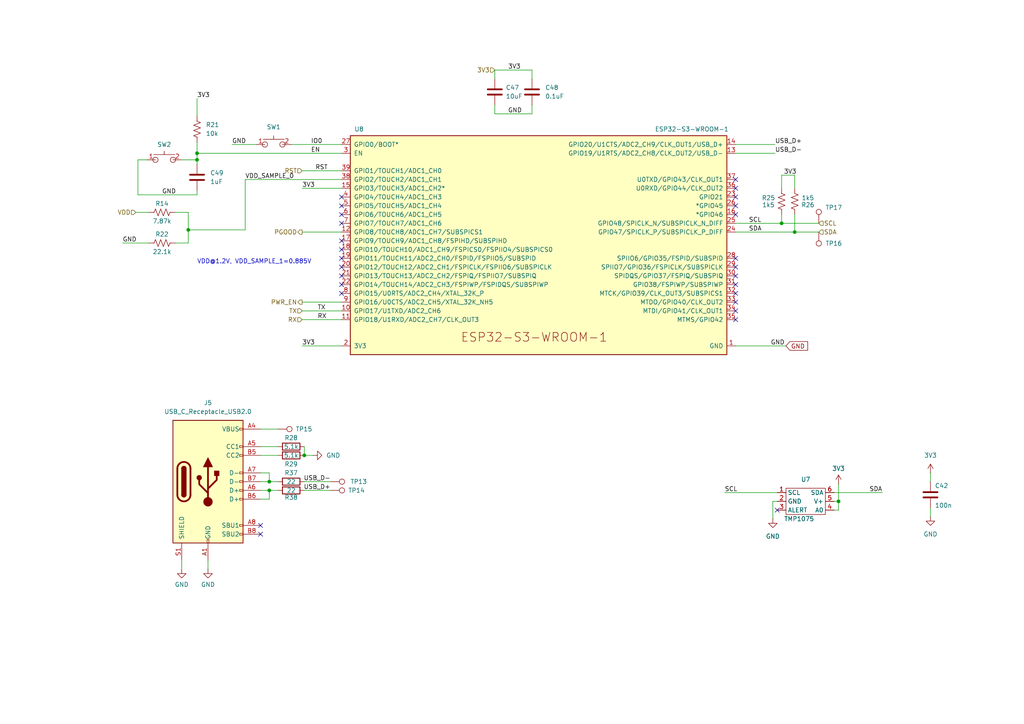
<source format=kicad_sch>
(kicad_sch (version 20231120) (generator "eeschema") (generator_version "8.0")
  (paper "A4")
  (title_block (title "BitForgeNano") (date "2024-06-21") (rev "1.0") (comment 1 "Licensed under CERN-OHL-W version 2"))
  (lib_symbols
    (symbol "+3V3_1" (power) (pin_numbers hide) (pin_names (offset 0) hide)
      (property "Value" "+3V3" (at 0 3.556 0))
      (symbol "+3V3_1_0_1"
        (polyline (pts (xy -0.762 1.27) (xy 0 2.54)))
        (polyline (pts (xy 0 0) (xy 0 2.54)))
        (polyline (pts (xy 0 2.54) (xy 0.762 1.27)))
      )
      (symbol "+3V3_1_1_1"
        (pin power_in line (at 0 0 90) (length 0) (name "~") (number "1"))
      )
    )
    (symbol "BitForgeNano:C" (pin_numbers hide) (pin_names (offset 0.254))
      (property "Reference" "C" (at 0.635 2.54 0))
      (property "Value" "C" (at 0.635 -2.54 0))
      (symbol "C_0_1"
        (polyline (pts (xy -2.032 -0.762) (xy 2.032 -0.762)) (stroke (width 0.508)))
        (polyline (pts (xy -2.032 0.762) (xy 2.032 0.762)) (stroke (width 0.508)))
      )
      (symbol "C_1_1"
        (pin passive line (at 0 3.81 270) (length 2.794) (name "~") (number "1"))
        (pin passive line (at 0 -3.81 90) (length 2.794) (name "~") (number "2"))
      )
    )
    (symbol "BitForgeNano:ESP32-S3-WROOM-1" (pin_names (offset 1.016))
      (property "Reference" "U12" (at -50.8 34.925 0))
      (property "Value" "ESP32-S3-WROOM-1" (at 45.72 34.925 0))
      (symbol "ESP32-S3-WROOM-1_0_0"
        (rectangle (start -53.34 33.02) (end 55.88 -30.48) (stroke (width 0.254)) (fill (type background)))
        (text "ESP32-S3-WROOM-1" (at 0 -25.4 0) (effects (font (size 2.54 2.54))))
        (pin power_in line (at 58.42 -27.94 180) (length 2.54) (name "GND") (number "1"))
        (pin bidirectional line (at -55.88 -17.78 0) (length 2.54) (name "GPIO17/U1TXD/ADC2_CH6") (number "10"))
        (pin bidirectional line (at -55.88 -20.32 0) (length 2.54) (name "GPIO18/U1RXD/ADC2_CH7/CLK_OUT3") (number "11"))
        (pin bidirectional line (at -55.88 5.08 0) (length 2.54) (name "GPIO8/TOUCH8/ADC1_CH7/SUBSPICS1") (number "12"))
        (pin bidirectional line (at 58.42 27.94 180) (length 2.54) (name "GPIO19/U1RTS/ADC2_CH8/CLK_OUT2/USB_D-") (number "13"))
        (pin bidirectional line (at 58.42 30.48 180) (length 2.54) (name "GPIO20/U1CTS/ADC2_CH9/CLK_OUT1/USB_D+") (number "14"))
        (pin bidirectional line (at -55.88 17.78 0) (length 2.54) (name "GPIO3/TOUCH3/ADC1_CH2*") (number "15"))
        (pin bidirectional line (at 58.42 10.16 180) (length 2.54) (name "*GPIO46") (number "16"))
        (pin bidirectional line (at -55.88 2.54 0) (length 2.54) (name "GPIO9/TOUCH9/ADC1_CH8/FSPIHD/SUBSPIHD") (number "17"))
        (pin bidirectional line (at -55.88 0 0) (length 2.54) (name "GPIO10/TOUCH10/ADC1_CH9/FSPICS0/FSPIIO4/SUBSPICS0") (number "18"))
        (pin bidirectional line (at -55.88 -2.54 0) (length 2.54) (name "GPIO11/TOUCH11/ADC2_CH0/FSPID/FSPIIO5/SUBSPID") (number "19"))
        (pin power_in line (at -55.88 -27.94 0) (length 2.54) (name "3V3") (number "2"))
        (pin bidirectional line (at -55.88 -5.08 0) (length 2.54) (name "GPIO12/TOUCH12/ADC2_CH1/FSPICLK/FSPIIO6/SUBSPICLK") (number "20"))
        (pin bidirectional line (at -55.88 -7.62 0) (length 2.54) (name "GPIO13/TOUCH13/ADC2_CH2/FSPIQ/FSPIIO7/SUBSPIQ") (number "21"))
        (pin bidirectional line (at -55.88 -10.16 0) (length 2.54) (name "GPIO14/TOUCH14/ADC2_CH3/FSPIWP/FSPIDQS/SUBSPIWP") (number "22"))
        (pin bidirectional line (at 58.42 15.24 180) (length 2.54) (name "GPIO21") (number "23"))
        (pin bidirectional line (at 58.42 5.08 180) (length 2.54) (name "GPIO47/SPICLK_P/SUBSPICLK_P_DIFF") (number "24"))
        (pin bidirectional line (at 58.42 7.62 180) (length 2.54) (name "GPIO48/SPICLK_N/SUBSPICLK_N_DIFF") (number "25"))
        (pin bidirectional line (at 58.42 12.7 180) (length 2.54) (name "*GPIO45") (number "26"))
        (pin bidirectional line (at -55.88 30.48 0) (length 2.54) (name "GPIO0/BOOT*") (number "27"))
        (pin bidirectional line (at 58.42 -2.54 180) (length 2.54) (name "SPIIO6/GPIO35/FSPID/SUBSPID") (number "28"))
        (pin bidirectional line (at 58.42 -5.08 180) (length 2.54) (name "SPIIO7/GPIO36/FSPICLK/SUBSPICLK") (number "29"))
        (pin input line (at -55.88 27.94 0) (length 2.54) (name "EN") (number "3"))
        (pin bidirectional line (at 58.42 -7.62 180) (length 2.54) (name "SPIDQS/GPIO37/FSPIQ/SUBSPIQ") (number "30"))
        (pin bidirectional line (at 58.42 -10.16 180) (length 2.54) (name "GPIO38/FSPIWP/SUBSPIWP") (number "31"))
        (pin bidirectional line (at 58.42 -12.7 180) (length 2.54) (name "MTCK/GPIO39/CLK_OUT3/SUBSPICS1") (number "32"))
        (pin bidirectional line (at 58.42 -15.24 180) (length 2.54) (name "MTDO/GPIO40/CLK_OUT2") (number "33"))
        (pin bidirectional line (at 58.42 -17.78 180) (length 2.54) (name "MTDI/GPIO41/CLK_OUT1") (number "34"))
        (pin bidirectional line (at 58.42 -20.32 180) (length 2.54) (name "MTMS/GPIO42") (number "35"))
        (pin bidirectional line (at 58.42 17.78 180) (length 2.54) (name "U0RXD/GPIO44/CLK_OUT2") (number "36"))
        (pin bidirectional line (at 58.42 20.32 180) (length 2.54) (name "U0TXD/GPIO43/CLK_OUT1") (number "37"))
        (pin bidirectional line (at -55.88 20.32 0) (length 2.54) (name "GPIO2/TOUCH2/ADC1_CH1") (number "38"))
        (pin bidirectional line (at -55.88 22.86 0) (length 2.54) (name "GPIO1/TOUCH1/ADC1_CH0") (number "39"))
        (pin bidirectional line (at -55.88 15.24 0) (length 2.54) (name "GPIO4/TOUCH4/ADC1_CH3") (number "4"))
        (pin passive line (at 58.42 -27.94 180) (length 2.54) hide (name "GND") (number "40"))
        (pin passive line (at 58.42 -27.94 180) (length 2.54) hide (name "GND") (number "41"))
        (pin bidirectional line (at -55.88 12.7 0) (length 2.54) (name "GPIO5/TOUCH5/ADC1_CH4") (number "5"))
        (pin bidirectional line (at -55.88 10.16 0) (length 2.54) (name "GPIO6/TOUCH6/ADC1_CH5") (number "6"))
        (pin bidirectional line (at -55.88 7.62 0) (length 2.54) (name "GPIO7/TOUCH7/ADC1_CH6") (number "7"))
        (pin bidirectional line (at -55.88 -12.7 0) (length 2.54) (name "GPIO15/U0RTS/ADC2_CH4/XTAL_32K_P") (number "8"))
        (pin bidirectional line (at -55.88 -15.24 0) (length 2.54) (name "GPIO16/U0CTS/ADC2_CH5/XTAL_32K_NH5") (number "9"))
      )
    )
    (symbol "BitForgeNano:GND" (power) (pin_numbers hide) (pin_names (offset 0) hide)
      (property "Value" "GND" (at 0 -3.81 0))
      (symbol "GND_0_1"
        (polyline (pts (xy 0 0) (xy 0 -1.27) (xy 1.27 -1.27) (xy 0 -2.54) (xy -1.27 -1.27) (xy 0 -1.27)))
      )
      (symbol "GND_1_1"
        (pin power_in line (at 0 0 270) (length 0) (name "~") (number "1"))
      )
    )
    (symbol "BitForgeNano:GT-TC029B-H025-L1N"
      (property "Reference" "SW2" (at 0 3.81 0))
      (symbol "GT-TC029B-H025-L1N_0_1"
        (circle (center -2.54 0) (radius 0.76))
        (polyline (pts (xy -3.05 1.52) (xy 3.05 1.52)))
        (polyline (pts (xy 0 1.52) (xy 0 2.54)))
        (circle (center 2.54 0) (radius 0.76))
        (pin unspecified line (at -5.08 0 0) (length 2.54) (name "~") (number "1"))
        (pin unspecified line (at 5.08 0 180) (length 2.54) (name "~") (number "2"))
      )
    )
    (symbol "BitForgeNano:R" (pin_numbers hide) (pin_names (offset 0))
      (property "Reference" "R" (at 2.032 0 90))
      (property "Value" "R" (at 0 0 90))
      (symbol "R_0_1"
        (rectangle (start -1.016 -2.54) (end 1.016 2.54) (stroke (width 0.254)))
      )
      (symbol "R_1_1"
        (pin passive line (at 0 3.81 270) (length 1.27) (name "~") (number "1"))
        (pin passive line (at 0 -3.81 90) (length 1.27) (name "~") (number "2"))
      )
    )
    (symbol "BitForgeNano:R_US" (pin_numbers hide) (pin_names (offset 0))
      (property "Reference" "R" (at 2.54 0 90))
      (property "Value" "R_US" (at -2.54 0 90))
      (symbol "R_US_0_1"
        (polyline (pts (xy 0 -2.286) (xy 0 -2.54)))
        (polyline (pts (xy 0 2.286) (xy 0 2.54)))
        (polyline (pts (xy 0 -0.762) (xy 1.016 -1.143) (xy 0 -1.524) (xy -1.016 -1.905) (xy 0 -2.286)))
        (polyline (pts (xy 0 0.762) (xy 1.016 0.381) (xy 0 0) (xy -1.016 -0.381) (xy 0 -0.762)))
        (polyline (pts (xy 0 2.286) (xy 1.016 1.905) (xy 0 1.524) (xy -1.016 1.143) (xy 0 0.762)))
      )
      (symbol "R_US_1_1"
        (pin passive line (at 0 3.81 270) (length 1.27) (name "~") (number "1"))
        (pin passive line (at 0 -3.81 90) (length 1.27) (name "~") (number "2"))
      )
    )
    (symbol "BitForgeNano:TMP1075-DRL-SOT563"
      (property "Reference" "U" (at -5.08 5.08 0))
      (symbol "TMP1075-DRL-SOT563_0_1"
        (rectangle (start -6.35 3.81) (end 5.08 -3.81))
      )
      (symbol "TMP1075-DRL-SOT563_1_1"
        (pin open_collector line (at -8.89 2.54 0) (length 2.54) (name "SCL") (number "1"))
        (pin power_in line (at -8.89 0 0) (length 2.54) (name "GND") (number "2"))
        (pin open_collector line (at -8.89 -2.54 0) (length 2.54) (name "ALERT") (number "3"))
        (pin input line (at 7.62 -2.54 180) (length 2.54) (name "A0") (number "4"))
        (pin power_in line (at 7.62 0 180) (length 2.54) (name "V+") (number "5"))
        (pin open_collector line (at 7.62 2.54 180) (length 2.54) (name "SDA") (number "6"))
      )
    )
    (symbol "BitForgeNano:TestPoint" (pin_numbers hide) (pin_names (offset 0.762) hide)
      (property "Reference" "TP" (at 0 6.858 0))
      (property "Value" "TestPoint" (at 0 5.08 0))
      (symbol "TestPoint_0_1"
        (circle (center 0 3.302) (radius 0.762))
      )
      (symbol "TestPoint_1_1"
        (pin passive line (at 0 0 90) (length 2.54) (name "1") (number "1"))
      )
    )
    (symbol "BitForgeNano:USB_C_Receptacle_USB2.0" (pin_names (offset 1.016))
      (property "Reference" "J" (at -10.16 19.05 0))
      (property "Value" "USB_C_Receptacle_USB2.0" (at 19.05 19.05 0))
      (symbol "USB_C_Receptacle_USB2.0_0_0"
        (rectangle (start -0.254 -17.78) (end 0.254 -16.764))
        (rectangle (start 10.16 -14.986) (end 9.144 -15.494))
        (rectangle (start 10.16 -12.446) (end 9.144 -12.954))
        (rectangle (start 10.16 -4.826) (end 9.144 -5.334))
        (rectangle (start 10.16 -2.286) (end 9.144 -2.794))
        (rectangle (start 10.16 0.254) (end 9.144 -0.254))
        (rectangle (start 10.16 2.794) (end 9.144 2.286))
        (rectangle (start 10.16 7.874) (end 9.144 7.366))
        (rectangle (start 10.16 10.414) (end 9.144 9.906))
        (rectangle (start 10.16 15.494) (end 9.144 14.986))
      )
      (symbol "USB_C_Receptacle_USB2.0_0_1"
        (rectangle (start -10.16 17.78) (end 10.16 -17.78) (stroke (width 0.254)) (fill (type background)))
        (arc (start -8.89 -3.81) (mid -6.985 -5.7067) (end -5.08 -3.81) (stroke (width 0.508)))
        (arc (start -7.62 -3.81) (mid -6.985 -4.4423) (end -6.35 -3.81) (stroke (width 0.254)))
        (arc (start -7.62 -3.81) (mid -6.985 -4.4423) (end -6.35 -3.81) (stroke (width 0.254)) (fill (type outline)))
        (rectangle (start -7.62 -3.81) (end -6.35 3.81) (stroke (width 0.254)) (fill (type outline)))
        (arc (start -6.35 3.81) (mid -6.985 4.4423) (end -7.62 3.81) (stroke (width 0.254)))
        (arc (start -6.35 3.81) (mid -6.985 4.4423) (end -7.62 3.81) (stroke (width 0.254)) (fill (type outline)))
        (arc (start -5.08 3.81) (mid -6.985 5.7067) (end -8.89 3.81) (stroke (width 0.508)))
        (circle (center -2.54 1.143) (radius 0.635) (stroke (width 0.254)) (fill (type outline)))
        (circle (center 0 -5.842) (radius 1.27) (fill (type outline)))
        (polyline (pts (xy -8.89 -3.81) (xy -8.89 3.81)) (stroke (width 0.508)))
        (polyline (pts (xy -5.08 3.81) (xy -5.08 -3.81)) (stroke (width 0.508)))
        (polyline (pts (xy 0 -5.842) (xy 0 4.318)) (stroke (width 0.508)))
        (polyline (pts (xy 0 -3.302) (xy -2.54 -0.762) (xy -2.54 0.508)) (stroke (width 0.508)))
        (polyline (pts (xy 0 -2.032) (xy 2.54 0.508) (xy 2.54 1.778)) (stroke (width 0.508)))
        (polyline (pts (xy -1.27 4.318) (xy 0 6.858) (xy 1.27 4.318) (xy -1.27 4.318)) (stroke (width 0.254)) (fill (type outline)))
        (rectangle (start 1.905 1.778) (end 3.175 3.048) (stroke (width 0.254)) (fill (type outline)))
      )
      (symbol "USB_C_Receptacle_USB2.0_1_1"
        (pin passive line (at 0 -22.86 90) (length 5.08) (name "GND") (number "A1"))
        (pin passive line (at 0 -22.86 90) (length 5.08) hide (name "GND") (number "A12"))
        (pin passive line (at 15.24 15.24 180) (length 5.08) (name "VBUS") (number "A4"))
        (pin bidirectional line (at 15.24 10.16 180) (length 5.08) (name "CC1") (number "A5"))
        (pin bidirectional line (at 15.24 -2.54 180) (length 5.08) (name "D+") (number "A6"))
        (pin bidirectional line (at 15.24 2.54 180) (length 5.08) (name "D-") (number "A7"))
        (pin bidirectional line (at 15.24 -12.7 180) (length 5.08) (name "SBU1") (number "A8"))
        (pin passive line (at 15.24 15.24 180) (length 5.08) hide (name "VBUS") (number "A9"))
        (pin passive line (at 0 -22.86 90) (length 5.08) hide (name "GND") (number "B1"))
        (pin passive line (at 0 -22.86 90) (length 5.08) hide (name "GND") (number "B12"))
        (pin passive line (at 15.24 15.24 180) (length 5.08) hide (name "VBUS") (number "B4"))
        (pin bidirectional line (at 15.24 7.62 180) (length 5.08) (name "CC2") (number "B5"))
        (pin bidirectional line (at 15.24 -5.08 180) (length 5.08) (name "D+") (number "B6"))
        (pin bidirectional line (at 15.24 0 180) (length 5.08) (name "D-") (number "B7"))
        (pin bidirectional line (at 15.24 -15.24 180) (length 5.08) (name "SBU2") (number "B8"))
        (pin passive line (at 15.24 15.24 180) (length 5.08) hide (name "VBUS") (number "B9"))
        (pin passive line (at -7.62 -22.86 90) (length 5.08) (name "SHIELD") (number "S1"))
      )
    )
    (symbol "GND_2" (power) (pin_numbers hide) (pin_names (offset 0) hide)
      (property "Value" "GND" (at 0 -3.81 0))
      (symbol "GND_2_0_1"
        (polyline (pts (xy 0 0) (xy 0 -1.27) (xy 1.27 -1.27) (xy 0 -2.54) (xy -1.27 -1.27) (xy 0 -1.27)))
      )
      (symbol "GND_2_1_1"
        (pin power_in line (at 0 0 270) (length 0) (name "~") (number "1"))
      )
    )
  )
  (junction (at 57.15 46.355))
  (junction (at 54.61 66.675))
  (junction (at 226.695 64.77))
  (junction (at 230.505 67.31))
  (junction (at 88.265 132.08))
  (junction (at 78.105 142.24))
  (junction (at 243.205 145.415))
  (junction (at 57.15 44.45))
  (junction (at 78.105 139.7))
  (no_connect (at 99.06 82.55))
  (no_connect (at 213.36 77.47))
  (no_connect (at 99.06 80.01))
  (no_connect (at 99.06 74.93))
  (no_connect (at 75.565 154.94))
  (no_connect (at 99.06 64.77))
  (no_connect (at 75.565 152.4))
  (no_connect (at 213.36 92.71))
  (no_connect (at 213.36 74.93))
  (no_connect (at 225.425 147.955))
  (no_connect (at 213.36 54.61))
  (no_connect (at 213.36 62.23))
  (no_connect (at 99.06 59.69))
  (no_connect (at 99.06 69.85))
  (no_connect (at 213.36 85.09))
  (no_connect (at 213.36 82.55))
  (no_connect (at 99.06 62.23))
  (no_connect (at 99.06 72.39))
  (no_connect (at 213.36 59.69))
  (no_connect (at 213.36 87.63))
  (no_connect (at 99.06 77.47))
  (no_connect (at 213.36 57.15))
  (no_connect (at 99.06 57.15))
  (no_connect (at 99.06 85.09))
  (no_connect (at 213.36 80.01))
  (no_connect (at 213.36 52.07))
  (no_connect (at 213.36 90.17))
  (wire (pts (xy 154.305 33.02) (xy 143.51 33.02)))
  (wire (pts (xy 52.705 162.56) (xy 52.705 165.1)))
  (wire (pts (xy 35.56 70.485) (xy 43.18 70.485)))
  (wire (pts (xy 99.06 49.53) (xy 87.63 49.53)))
  (wire (pts (xy 226.695 54.61) (xy 226.695 50.8)))
  (wire (pts (xy 67.31 41.91) (xy 74.295 41.91)))
  (wire (pts (xy 39.37 61.595) (xy 43.18 61.595)))
  (wire (pts (xy 75.565 132.08) (xy 80.645 132.08)))
  (wire (pts (xy 57.15 46.355) (xy 57.15 47.625)))
  (wire (pts (xy 40.005 46.355) (xy 40.005 56.515)))
  (wire (pts (xy 78.105 142.24) (xy 80.645 142.24)))
  (wire (pts (xy 243.205 145.415) (xy 243.205 147.955)))
  (wire (pts (xy 75.565 137.16) (xy 78.105 137.16)))
  (wire (pts (xy 226.695 62.23) (xy 226.695 64.77)))
  (wire (pts (xy 54.61 66.675) (xy 71.12 66.675)))
  (wire (pts (xy 230.505 50.8) (xy 230.505 54.61)))
  (wire (pts (xy 213.36 64.77) (xy 226.695 64.77)))
  (wire (pts (xy 143.51 33.02) (xy 143.51 30.48)))
  (wire (pts (xy 57.15 44.45) (xy 57.15 46.355)))
  (wire (pts (xy 87.63 67.31) (xy 99.06 67.31)))
  (wire (pts (xy 75.565 142.24) (xy 78.105 142.24)))
  (wire (pts (xy 154.305 30.48) (xy 154.305 33.02)))
  (wire (pts (xy 57.15 41.275) (xy 57.15 44.45)))
  (wire (pts (xy 87.63 87.63) (xy 99.06 87.63)))
  (wire (pts (xy 226.695 50.8) (xy 230.505 50.8)))
  (wire (pts (xy 154.305 20.32) (xy 143.51 20.32)))
  (wire (pts (xy 78.105 144.78) (xy 75.565 144.78)))
  (wire (pts (xy 42.545 46.355) (xy 40.005 46.355)))
  (wire (pts (xy 71.12 66.675) (xy 71.12 52.07)))
  (wire (pts (xy 213.36 67.31) (xy 230.505 67.31)))
  (wire (pts (xy 78.105 142.24) (xy 78.105 144.78)))
  (wire (pts (xy 99.06 92.71) (xy 87.63 92.71)))
  (wire (pts (xy 87.63 54.61) (xy 99.06 54.61)))
  (wire (pts (xy 54.61 61.595) (xy 54.61 66.675)))
  (wire (pts (xy 213.36 100.33) (xy 227.965 100.33)))
  (wire (pts (xy 54.61 70.485) (xy 50.8 70.485)))
  (wire (pts (xy 230.505 62.23) (xy 230.505 67.31)))
  (wire (pts (xy 78.105 139.7) (xy 80.645 139.7)))
  (wire (pts (xy 99.06 90.17) (xy 87.63 90.17)))
  (wire (pts (xy 269.875 137.16) (xy 269.875 139.7)))
  (wire (pts (xy 52.705 46.355) (xy 57.15 46.355)))
  (wire (pts (xy 88.265 129.54) (xy 88.265 132.08)))
  (wire (pts (xy 40.005 56.515) (xy 57.15 56.515)))
  (wire (pts (xy 213.36 41.91) (xy 224.79 41.91)))
  (wire (pts (xy 88.265 142.24) (xy 95.885 142.24)))
  (wire (pts (xy 75.565 129.54) (xy 80.645 129.54)))
  (wire (pts (xy 57.15 28.575) (xy 57.15 33.655)))
  (wire (pts (xy 210.185 142.875) (xy 225.425 142.875)))
  (wire (pts (xy 213.36 44.45) (xy 224.79 44.45)))
  (wire (pts (xy 75.565 124.46) (xy 80.645 124.46)))
  (wire (pts (xy 241.935 145.415) (xy 243.205 145.415)))
  (wire (pts (xy 226.695 64.77) (xy 237.49 64.77)))
  (wire (pts (xy 143.51 20.32) (xy 143.51 22.86)))
  (wire (pts (xy 50.8 61.595) (xy 54.61 61.595)))
  (wire (pts (xy 224.155 145.415) (xy 224.155 150.495)))
  (wire (pts (xy 54.61 66.675) (xy 54.61 70.485)))
  (wire (pts (xy 154.305 22.86) (xy 154.305 20.32)))
  (wire (pts (xy 241.935 142.875) (xy 255.905 142.875)))
  (wire (pts (xy 57.15 55.245) (xy 57.15 56.515)))
  (wire (pts (xy 78.105 139.7) (xy 75.565 139.7)))
  (wire (pts (xy 87.63 100.33) (xy 99.06 100.33)))
  (wire (pts (xy 243.205 147.955) (xy 241.935 147.955)))
  (wire (pts (xy 57.15 44.45) (xy 99.06 44.45)))
  (wire (pts (xy 60.325 162.56) (xy 60.325 165.1)))
  (wire (pts (xy 84.455 41.91) (xy 99.06 41.91)))
  (wire (pts (xy 71.12 52.07) (xy 99.06 52.07)))
  (wire (pts (xy 88.265 139.7) (xy 95.885 139.7)))
  (wire (pts (xy 225.425 145.415) (xy 224.155 145.415)))
  (wire (pts (xy 78.105 137.16) (xy 78.105 139.7)))
  (wire (pts (xy 269.875 147.32) (xy 269.875 149.86)))
  (wire (pts (xy 243.205 145.415) (xy 243.205 140.335)))
  (wire (pts (xy 230.505 67.31) (xy 237.49 67.31)))
  (wire (pts (xy 88.265 132.08) (xy 90.805 132.08)))
  (text "VDD@1.2V, VDD_SAMPLE_1=0.885V\n\n" (at 57.15 78.74 0) (effects (font (size 1.27 1.27)) (justify left bottom)))
  (label "SDA" (at 255.905 142.875 180))
  (label "GND" (at 46.99 56.515 0))
  (label "3V3" (at 57.15 28.575 0))
  (label "SDA" (at 217.17 67.31 0))
  (label "TX" (at 92.075 90.17 0))
  (label "VDD_SAMPLE_0" (at 71.12 52.07 0))
  (label "GND" (at 35.56 70.485 0))
  (label "USB_D+" (at 224.79 41.91 0))
  (label "GND" (at 147.32 33.02 0))
  (label "IO0" (at 90.17 41.91 0))
  (label "GND" (at 67.31 41.91 0))
  (label "3V3" (at 147.32 20.32 0))
  (label "RX" (at 92.075 92.71 0))
  (label "USB_D-" (at 224.79 44.45 0))
  (label "3V3" (at 227.33 50.8 0))
  (label "EN" (at 90.17 44.45 0))
  (label "RST" (at 91.44 49.53 0))
  (label "GND" (at 223.52 100.33 0))
  (label "USB_D-" (at 95.885 139.7 180))
  (label "3V3" (at 87.63 54.61 0))
  (label "USB_D+" (at 95.885 142.24 180))
  (label "3V3" (at 87.63 100.33 0))
  (label "SCL" (at 210.185 142.875 0))
  (label "SCL" (at 217.17 64.77 0))
  (global_label "GND" (shape input) (at 227.965 100.33 0) (property "Intersheetrefs" "${INTERSHEET_REFS}" (effects (hide yes))))
  (hierarchical_label "SCL" (shape input) (at 237.49 64.77 0))
  (hierarchical_label "PGOOD" (shape output) (at 87.63 67.31 180))
  (hierarchical_label "VDD" (shape input) (at 39.37 61.595 180))
  (hierarchical_label "RX" (shape input) (at 87.63 92.71 180))
  (hierarchical_label "RST" (shape input) (at 87.63 49.53 180))
  (hierarchical_label "PWR_EN" (shape output) (at 87.63 87.63 180))
  (hierarchical_label "SDA" (shape input) (at 237.49 67.31 0))
  (hierarchical_label "TX" (shape input) (at 87.63 90.17 180))
  (hierarchical_label "3V3" (shape input) (at 143.51 20.32 180))
  (symbol (lib_id "BitForgeNano:R") (at 84.455 129.54 270) (unit 1)
    (property "Reference" "R28" (at 84.455 127 90))
    (property "Value" "5.1k" (at 84.455 129.54 90))
    (property "Footprint" "BitForgeNano:R_0201_0603Metric" (effects (hide yes)))
    (property "Description" "RC0201FR-075K1L" (effects (hide yes)))
    (property "DK" "YAG2741CT-ND" (effects (hide yes)))
  )
  (symbol (lib_id "BitForgeNano:R_US") (at 57.15 37.465 0) (unit 1)
    (property "Reference" "R21" (at 59.69 36.1949 0) (effects (justify left)))
    (property "Value" "10k" (at 59.69 38.7349 0) (effects (justify left)))
    (property "Footprint" "BitForgeNano:R_0402_1005Metric" (effects (hide yes)))
    (property "Description" "RC0402JR-0710KL" (effects (hide yes)))
    (property "DK" "311-10KJRCT-ND" (effects (hide yes)))
    (property "PARTNO" "RC0402JR-0710KL" (effects (hide yes)))
  )
  (symbol (lib_id "BitForgeNano:C") (at 269.875 143.51 0) (unit 1)
    (property "Reference" "C42" (at 271.145 141.605 0) (effects (justify left bottom)))
    (property "Value" "100n" (at 271.145 147.32 0) (effects (justify left bottom)))
    (property "Footprint" "BitForgeNano:C_0402_1005Metric" (effects (hide yes)))
    (property "Description" "CL05B104KP5VPNC" (effects (hide yes)))
    (property "DK" "1276-CL05B104KP5VPNCCT-ND" (effects (hide yes)))
  )
  (symbol (lib_id "BitForgeNano:R") (at 84.455 139.7 270) (unit 1)
    (property "Reference" "R37" (at 84.455 137.16 90))
    (property "Value" "22" (at 84.455 139.7 90))
    (property "Footprint" "BitForgeNano:R_0201_0603Metric" (effects (hide yes)))
    (property "Description" "RC0201FR-0722RL" (effects (hide yes)))
    (property "DK" "YAG2518CT-ND" (effects (hide yes)))
  )
  (symbol (lib_id "BitForgeNano:TestPoint") (at 237.49 64.77 0) (unit 1)
    (property "Reference" "TP17" (at 239.395 60.1979 0) (effects (justify left)))
    (property "Value" "TestPoint" (effects (hide yes)))
    (property "Footprint" "BitForgeNano:TestPoint_Pad_D1.0mm" (effects (hide yes)))
    (property "Description" "test point" (effects (hide yes)))
  )
  (symbol (lib_id "BitForgeNano:R") (at 84.455 132.08 270) (mirror x) (unit 1)
    (property "Reference" "R29" (at 84.455 134.62 90))
    (property "Value" "5.1k" (at 84.455 132.08 90))
    (property "Footprint" "BitForgeNano:R_0201_0603Metric" (effects (hide yes)))
    (property "Description" "RC0201FR-075K1L" (effects (hide yes)))
    (property "DK" "YAG2741CT-ND" (effects (hide yes)))
  )
  (symbol (lib_id "BitForgeNano:GT-TC029B-H025-L1N") (at 47.625 46.355 0) (unit 1)
    (property "Reference" "SW2" (at 47.625 41.91 0))
    (property "Value" "GT-TC029B-H025-L1N" (effects (hide yes)))
    (property "Footprint" "BitForgeNano:SW_CS1213AGF260_CRS" (effects (hide yes)))
    (property "Datasheet" "https://www.citrelay.com/Catalog%20Pages/SwitchCatalog/CS1213.pdf" (effects (hide yes)))
    (property "Description" "CS1213AGF260" (effects (hide yes)))
    (property "DK" "2449-CS1213AGF260CT-ND" (effects (hide yes)))
    (property "PARTNO" "CS1213AGF260" (effects (hide yes)))
  )
  (symbol (lib_id "BitForgeNano:R_US") (at 46.99 61.595 270) (unit 1)
    (property "Reference" "R14" (at 46.99 59.055 90))
    (property "Value" "7.87k" (at 46.99 64.135 90))
    (property "Footprint" "BitForgeNano:R_0402_1005Metric" (effects (hide yes)))
    (property "Description" "RC0402FR-077K87L" (effects (hide yes)))
    (property "DK" "311-7.87KLRCT-ND" (effects (hide yes)))
    (property "PARTNO" "RC0402FR-077K87L" (effects (hide yes)))
  )
  (symbol (lib_id "BitForgeNano:R_US") (at 46.99 70.485 90) (unit 1)
    (property "Reference" "R22" (at 46.99 67.945 90))
    (property "Value" "22.1k" (at 46.99 73.025 90))
    (property "Footprint" "BitForgeNano:R_0402_1005Metric" (effects (hide yes)))
    (property "Description" "RC0402FR-0722K1L" (effects (hide yes)))
    (property "DK" "311-22.1KLRCT-ND" (effects (hide yes)))
    (property "PARTNO" "RC0402FR-0722K1L" (effects (hide yes)))
  )
  (symbol (lib_id "BitForgeNano:TestPoint") (at 95.885 142.24 270) (unit 1)
    (property "Reference" "TP14" (at 100.965 142.2399 90) (effects (justify left)))
    (property "Value" "TestPoint" (effects (hide yes)))
    (property "Footprint" "BitForgeNano:TestPoint_Pad_D1.0mm" (effects (hide yes)))
    (property "Description" "test point" (effects (hide yes)))
  )
  (symbol (lib_name "+3V3_1") (lib_id "BitForgeNano:+3V3_1") (at 269.875 137.16 0) (unit 1)
    (property "Reference" "#PWR012" (effects (hide yes)))
    (property "Value" "3V3" (at 269.875 132.08 0))
    (property "Description" "Power symbol creates a global label with name \"+3V3\"" (effects (hide yes)))
  )
  (symbol (lib_id "BitForgeNano:C") (at 143.51 26.67 0) (unit 1)
    (property "Reference" "C47" (at 146.685 25.3999 0) (effects (justify left)))
    (property "Value" "10uF" (at 146.685 27.9399 0) (effects (justify left)))
    (property "Footprint" "BitForgeNano:C_0805_2012Metric" (effects (hide yes)))
    (property "Description" "CL21A106KOQNNNE" (effects (hide yes)))
    (property "DK" "1276-1096-1-ND" (effects (hide yes)))
    (property "PARTNO" "CL21A106KOQNNNE" (effects (hide yes)))
  )
  (symbol (lib_name "GND_2") (lib_id "BitForgeNano:GND_2") (at 269.875 149.86 0) (unit 1)
    (property "Reference" "#PWR014" (effects (hide yes)))
    (property "Value" "GND" (at 269.875 154.94 0))
    (property "Description" "Power symbol creates a global label with name \"GND\" , ground" (effects (hide yes)))
  )
  (symbol (lib_id "BitForgeNano:R") (at 84.455 142.24 270) (unit 1)
    (property "Reference" "R38" (at 84.455 144.272 90))
    (property "Value" "22" (at 84.455 142.24 90))
    (property "Footprint" "BitForgeNano:R_0201_0603Metric" (effects (hide yes)))
    (property "Description" "RC0201FR-0722RL" (effects (hide yes)))
    (property "DK" "YAG2518CT-ND" (effects (hide yes)))
  )
  (symbol (lib_id "BitForgeNano:GND") (at 60.325 165.1 0) (unit 1)
    (property "Reference" "#PWR059" (effects (hide yes)))
    (property "Value" "GND" (at 60.325 169.545 0))
    (property "Description" "Power symbol creates a global label with name \"GND\" , ground" (effects (hide yes)))
  )
  (symbol (lib_id "BitForgeNano:C") (at 154.305 26.67 0) (unit 1)
    (property "Reference" "C48" (at 158.115 25.3999 0) (effects (justify left)))
    (property "Value" "0.1uF" (at 158.115 27.9399 0) (effects (justify left)))
    (property "Footprint" "BitForgeNano:C_0402_1005Metric" (effects (hide yes)))
    (property "Description" "0402X104K100CT" (effects (hide yes)))
    (property "DK" "1292-1639-1-ND" (effects (hide yes)))
    (property "PARTNO" "0402X104K100CT" (effects (hide yes)))
  )
  (symbol (lib_id "BitForgeNano:TestPoint") (at 80.645 124.46 270) (unit 1)
    (property "Reference" "TP15" (at 85.725 124.4599 90) (effects (justify left)))
    (property "Value" "TestPoint" (effects (hide yes)))
    (property "Footprint" "BitForgeNano:TestPoint_Pad_D1.0mm" (effects (hide yes)))
    (property "Description" "test point" (effects (hide yes)))
  )
  (symbol (lib_id "BitForgeNano:R_US") (at 230.505 58.42 0) (unit 1)
    (property "Reference" "R26" (at 234.315 59.436 0))
    (property "Value" "1k5" (at 234.315 57.404 0))
    (property "Footprint" "BitForgeNano:R_0402_1005Metric" (effects (hide yes)))
    (property "Description" "RC0402FR-071K5L" (effects (hide yes)))
    (property "DK" "311-1.50KLRCT-ND" (effects (hide yes)))
    (property "PARTNO" "RC0402FR-135K1L" (effects (hide yes)))
  )
  (symbol (lib_id "BitForgeNano:TMP1075-DRL-SOT563") (at 234.315 145.415 0) (unit 1)
    (property "Reference" "U7" (at 233.68 139.065 0))
    (property "Value" "TMP1075" (at 231.775 150.495 0))
    (property "Footprint" "BitForgeNano:SOT-563" (effects (hide yes)))
    (property "Description" "TMP1075NDRLR" (effects (hide yes)))
    (property "Distributor" "D" (effects (hide yes)))
    (property "Manufacturer" "TMP1075NDRLR" (effects (hide yes)))
    (property "OrderNr" "296-TMP1075NDRLRCT-ND" (effects (hide yes)))
    (property "DK" "296-TMP1075NDRLRCT-ND" (effects (hide yes)))
  )
  (symbol (lib_id "BitForgeNano:TestPoint") (at 237.49 67.31 180) (unit 1)
    (property "Reference" "TP16" (at 239.395 70.6119 0) (effects (justify right)))
    (property "Value" "TestPoint" (effects (hide yes)))
    (property "Footprint" "BitForgeNano:TestPoint_Pad_D1.0mm" (effects (hide yes)))
    (property "Description" "test point" (effects (hide yes)))
  )
  (symbol (lib_name "GND_2") (lib_id "BitForgeNano:GND_2") (at 224.155 150.495 0) (unit 1)
    (property "Reference" "#PWR015" (effects (hide yes)))
    (property "Value" "GND" (at 224.155 155.575 0))
    (property "Description" "Power symbol creates a global label with name \"GND\" , ground" (effects (hide yes)))
  )
  (symbol (lib_id "BitForgeNano:R_US") (at 226.695 58.42 180) (unit 1)
    (property "Reference" "R25" (at 222.885 57.404 0))
    (property "Value" "1k5" (at 222.885 59.436 0))
    (property "Footprint" "BitForgeNano:R_0402_1005Metric" (effects (hide yes)))
    (property "Description" "RC0402FR-071K5L" (effects (hide yes)))
    (property "DK" "311-1.50KLRCT-ND" (effects (hide yes)))
    (property "PARTNO" "RC0402FR-135K1L" (effects (hide yes)))
  )
  (symbol (lib_id "BitForgeNano:C") (at 57.15 51.435 0) (unit 1)
    (property "Reference" "C49" (at 60.96 50.1649 0) (effects (justify left)))
    (property "Value" "1uF" (at 60.96 52.7049 0) (effects (justify left)))
    (property "Footprint" "BitForgeNano:C_0402_1005Metric" (effects (hide yes)))
    (property "Description" "EMK105BJ105MV-F" (effects (hide yes)))
    (property "DK" "587-5514-1-ND" (effects (hide yes)))
    (property "PARTNO" "EMK105BJ105MV-F" (effects (hide yes)))
  )
  (symbol (lib_id "BitForgeNano:ESP32-S3-WROOM-1") (at 154.94 72.39 0) (unit 1)
    (property "Reference" "U8" (at 104.14 37.465 0))
    (property "Value" "ESP32-S3-WROOM-1" (at 200.66 37.465 0))
    (property "Footprint" "BitForgeNano:ESP32-S3-WROOM-1" (effects (hide yes)))
    (property "Datasheet" "https://www.espressif.com/sites/default/files/documentation/esp32-s3-wroom-1_wroom-1u_datasheet_en.pdf" (effects (hide yes)))
    (property "Description" "ESP32-S3-WROOM-1-N16R8" (effects (hide yes)))
    (property "DK" "1965-ESP32-S3-WROOM-1-N16R8CT-ND" (effects (hide yes)))
    (property "PARTNO" "ESP32-S3-WROOM-1-N16R8" (effects (hide yes)))
  )
  (symbol (lib_id "BitForgeNano:USB_C_Receptacle_USB2.0") (at 60.325 139.7 0) (unit 1)
    (property "Reference" "J5" (at 60.325 116.84 0))
    (property "Value" "USB_C_Receptacle_USB2.0" (at 60.325 119.38 0))
    (property "Footprint" "BitForgeNano:USB_C_Receptacle_GCT_USB4105-xx-A_16P_TopMnt_Horizontal" (effects (hide yes)))
    (property "Datasheet" "https://www.usb.org/sites/default/files/documents/usb_type-c.zip" (effects (hide yes)))
    (property "Description" "USB4105-GF-A" (effects (hide yes)))
    (property "Distributor" "D" (effects (hide yes)))
    (property "Manufacturer" "USB4105-GF-A" (effects (hide yes)))
    (property "OrderNr" "2073-USB4105-GF-ACT-ND" (effects (hide yes)))
    (property "DK" "2073-USB4105-GF-ACT-ND" (effects (hide yes)))
  )
  (symbol (lib_id "BitForgeNano:GT-TC029B-H025-L1N") (at 79.375 41.91 0) (unit 1)
    (property "Reference" "SW1" (at 79.375 36.83 0))
    (property "Value" "GT-TC029B-H025-L1N" (effects (hide yes)))
    (property "Footprint" "BitForgeNano:SW_CS1213AGF260_CRS" (effects (hide yes)))
    (property "Datasheet" "https://www.citrelay.com/Catalog%20Pages/SwitchCatalog/CS1213.pdf" (effects (hide yes)))
    (property "Description" "CS1213AGF260" (effects (hide yes)))
    (property "DK" "2449-CS1213AGF260CT-ND" (effects (hide yes)))
    (property "PARTNO" "CS1213AGF260" (effects (hide yes)))
  )
  (symbol (lib_name "+3V3_1") (lib_id "BitForgeNano:+3V3_1") (at 243.205 140.335 0) (unit 1)
    (property "Reference" "#PWR013" (effects (hide yes)))
    (property "Value" "3V3" (at 243.205 135.89 0))
    (property "Description" "Power symbol creates a global label with name \"+3V3\"" (effects (hide yes)))
  )
  (symbol (lib_id "BitForgeNano:GND") (at 90.805 132.08 90) (unit 1)
    (property "Reference" "#PWR057" (effects (hide yes)))
    (property "Value" "GND" (at 94.615 132.0799 90) (effects (justify right)))
    (property "Description" "Power symbol creates a global label with name \"GND\" , ground" (effects (hide yes)))
  )
  (symbol (lib_id "BitForgeNano:GND") (at 52.705 165.1 0) (unit 1)
    (property "Reference" "#PWR058" (effects (hide yes)))
    (property "Value" "GND" (at 52.705 169.545 0))
    (property "Description" "Power symbol creates a global label with name \"GND\" , ground" (effects (hide yes)))
  )
  (symbol (lib_id "BitForgeNano:TestPoint") (at 95.885 139.7 270) (unit 1)
    (property "Reference" "TP13" (at 101.6 139.6999 90) (effects (justify left)))
    (property "Value" "TestPoint" (effects (hide yes)))
    (property "Footprint" "BitForgeNano:TestPoint_Pad_D1.0mm" (effects (hide yes)))
    (property "Description" "test point" (effects (hide yes)))
  )
)
</source>
